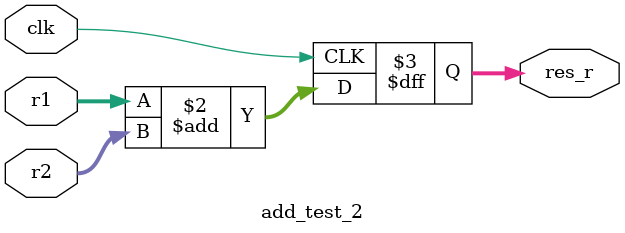
<source format=v>
module add_test_2
(
	input wire clk,
	input wire[15:0] r1,
	input wire[15:0] r2,
	output reg[15:0] res_r
);
	always@(posedge clk)
	 res_r <= r1+r2;
	 
endmodule
</source>
